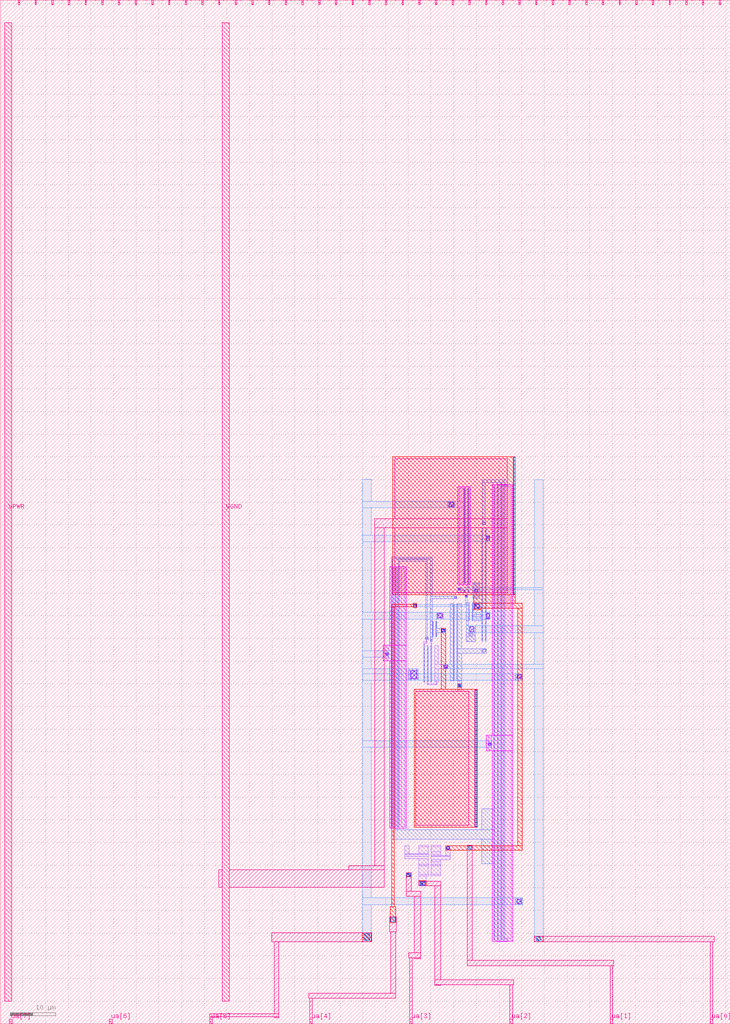
<source format=lef>
VERSION 5.7 ;
  NOWIREEXTENSIONATPIN ON ;
  DIVIDERCHAR "/" ;
  BUSBITCHARS "[]" ;
MACRO tt_um_duk_opamp
  CLASS BLOCK ;
  FOREIGN tt_um_duk_opamp ;
  ORIGIN 0.000 0.000 ;
  SIZE 161.000 BY 225.760 ;
  PIN clk
    DIRECTION INPUT ;
    USE SIGNAL ;
    PORT
      LAYER met4 ;
        RECT 154.870 224.760 155.170 225.760 ;
    END
  END clk
  PIN ena
    DIRECTION INPUT ;
    USE SIGNAL ;
    PORT
      LAYER met4 ;
        RECT 158.550 224.760 158.850 225.760 ;
    END
  END ena
  PIN rst_n
    DIRECTION INPUT ;
    USE SIGNAL ;
    PORT
      LAYER met4 ;
        RECT 151.190 224.760 151.490 225.760 ;
    END
  END rst_n
  PIN ua[0]
    DIRECTION INOUT ;
    USE SIGNAL ;
    ANTENNADIFFAREA 28.808649 ;
    PORT
      LAYER met4 ;
        RECT 156.560 0.000 157.160 1.000 ;
    END
  END ua[0]
  PIN ua[1]
    DIRECTION INOUT ;
    USE SIGNAL ;
    ANTENNADIFFAREA 8.410000 ;
    PORT
      LAYER met4 ;
        RECT 134.480 0.000 135.080 1.000 ;
    END
  END ua[1]
  PIN ua[2]
    DIRECTION INOUT ;
    USE SIGNAL ;
    ANTENNAGATEAREA 28.500000 ;
    PORT
      LAYER met4 ;
        RECT 112.400 0.000 113.000 1.000 ;
    END
  END ua[2]
  PIN ua[3]
    DIRECTION INOUT ;
    USE SIGNAL ;
    ANTENNAGATEAREA 28.500000 ;
    PORT
      LAYER met4 ;
        RECT 90.320 0.000 90.920 1.000 ;
    END
  END ua[3]
  PIN ua[4]
    DIRECTION INOUT ;
    USE SIGNAL ;
    ANTENNAGATEAREA 0.215000 ;
    PORT
      LAYER met4 ;
        RECT 68.240 0.000 68.840 1.000 ;
    END
  END ua[4]
  PIN ua[5]
    DIRECTION INOUT ;
    USE SIGNAL ;
    ANTENNAGATEAREA 1.700000 ;
    ANTENNADIFFAREA 289.766205 ;
    PORT
      LAYER met4 ;
        RECT 46.160 0.000 46.760 1.000 ;
    END
  END ua[5]
  PIN ua[6]
    DIRECTION INOUT ;
    USE SIGNAL ;
    PORT
      LAYER met4 ;
        RECT 24.080 0.000 24.680 1.000 ;
    END
  END ua[6]
  PIN ua[7]
    DIRECTION INOUT ;
    USE SIGNAL ;
    PORT
      LAYER met4 ;
        RECT 2.000 0.000 2.600 1.000 ;
    END
  END ua[7]
  PIN ui_in[0]
    DIRECTION INPUT ;
    USE SIGNAL ;
    PORT
      LAYER met4 ;
        RECT 147.510 224.760 147.810 225.760 ;
    END
  END ui_in[0]
  PIN ui_in[1]
    DIRECTION INPUT ;
    USE SIGNAL ;
    PORT
      LAYER met4 ;
        RECT 143.830 224.760 144.130 225.760 ;
    END
  END ui_in[1]
  PIN ui_in[2]
    DIRECTION INPUT ;
    USE SIGNAL ;
    PORT
      LAYER met4 ;
        RECT 140.150 224.760 140.450 225.760 ;
    END
  END ui_in[2]
  PIN ui_in[3]
    DIRECTION INPUT ;
    USE SIGNAL ;
    PORT
      LAYER met4 ;
        RECT 136.470 224.760 136.770 225.760 ;
    END
  END ui_in[3]
  PIN ui_in[4]
    DIRECTION INPUT ;
    USE SIGNAL ;
    PORT
      LAYER met4 ;
        RECT 132.790 224.760 133.090 225.760 ;
    END
  END ui_in[4]
  PIN ui_in[5]
    DIRECTION INPUT ;
    USE SIGNAL ;
    PORT
      LAYER met4 ;
        RECT 129.110 224.760 129.410 225.760 ;
    END
  END ui_in[5]
  PIN ui_in[6]
    DIRECTION INPUT ;
    USE SIGNAL ;
    PORT
      LAYER met4 ;
        RECT 125.430 224.760 125.730 225.760 ;
    END
  END ui_in[6]
  PIN ui_in[7]
    DIRECTION INPUT ;
    USE SIGNAL ;
    PORT
      LAYER met4 ;
        RECT 121.750 224.760 122.050 225.760 ;
    END
  END ui_in[7]
  PIN uio_in[0]
    DIRECTION INPUT ;
    USE SIGNAL ;
    PORT
      LAYER met4 ;
        RECT 118.070 224.760 118.370 225.760 ;
    END
  END uio_in[0]
  PIN uio_in[1]
    DIRECTION INPUT ;
    USE SIGNAL ;
    PORT
      LAYER met4 ;
        RECT 114.390 224.760 114.690 225.760 ;
    END
  END uio_in[1]
  PIN uio_in[2]
    DIRECTION INPUT ;
    USE SIGNAL ;
    PORT
      LAYER met4 ;
        RECT 110.710 224.760 111.010 225.760 ;
    END
  END uio_in[2]
  PIN uio_in[3]
    DIRECTION INPUT ;
    USE SIGNAL ;
    PORT
      LAYER met4 ;
        RECT 107.030 224.760 107.330 225.760 ;
    END
  END uio_in[3]
  PIN uio_in[4]
    DIRECTION INPUT ;
    USE SIGNAL ;
    PORT
      LAYER met4 ;
        RECT 103.350 224.760 103.650 225.760 ;
    END
  END uio_in[4]
  PIN uio_in[5]
    DIRECTION INPUT ;
    USE SIGNAL ;
    PORT
      LAYER met4 ;
        RECT 99.670 224.760 99.970 225.760 ;
    END
  END uio_in[5]
  PIN uio_in[6]
    DIRECTION INPUT ;
    USE SIGNAL ;
    PORT
      LAYER met4 ;
        RECT 95.990 224.760 96.290 225.760 ;
    END
  END uio_in[6]
  PIN uio_in[7]
    DIRECTION INPUT ;
    USE SIGNAL ;
    PORT
      LAYER met4 ;
        RECT 92.310 224.760 92.610 225.760 ;
    END
  END uio_in[7]
  PIN uio_oe[0]
    DIRECTION OUTPUT ;
    USE SIGNAL ;
    PORT
      LAYER met4 ;
        RECT 29.750 224.760 30.050 225.760 ;
    END
  END uio_oe[0]
  PIN uio_oe[1]
    DIRECTION OUTPUT ;
    USE SIGNAL ;
    PORT
      LAYER met4 ;
        RECT 26.070 224.760 26.370 225.760 ;
    END
  END uio_oe[1]
  PIN uio_oe[2]
    DIRECTION OUTPUT ;
    USE SIGNAL ;
    PORT
      LAYER met4 ;
        RECT 22.390 224.760 22.690 225.760 ;
    END
  END uio_oe[2]
  PIN uio_oe[3]
    DIRECTION OUTPUT ;
    USE SIGNAL ;
    PORT
      LAYER met4 ;
        RECT 18.710 224.760 19.010 225.760 ;
    END
  END uio_oe[3]
  PIN uio_oe[4]
    DIRECTION OUTPUT ;
    USE SIGNAL ;
    PORT
      LAYER met4 ;
        RECT 15.030 224.760 15.330 225.760 ;
    END
  END uio_oe[4]
  PIN uio_oe[5]
    DIRECTION OUTPUT ;
    USE SIGNAL ;
    PORT
      LAYER met4 ;
        RECT 11.350 224.760 11.650 225.760 ;
    END
  END uio_oe[5]
  PIN uio_oe[6]
    DIRECTION OUTPUT ;
    USE SIGNAL ;
    PORT
      LAYER met4 ;
        RECT 7.670 224.760 7.970 225.760 ;
    END
  END uio_oe[6]
  PIN uio_oe[7]
    DIRECTION OUTPUT ;
    USE SIGNAL ;
    PORT
      LAYER met4 ;
        RECT 3.990 224.760 4.290 225.760 ;
    END
  END uio_oe[7]
  PIN uio_out[0]
    DIRECTION OUTPUT ;
    USE SIGNAL ;
    PORT
      LAYER met4 ;
        RECT 59.190 224.760 59.490 225.760 ;
    END
  END uio_out[0]
  PIN uio_out[1]
    DIRECTION OUTPUT ;
    USE SIGNAL ;
    PORT
      LAYER met4 ;
        RECT 55.510 224.760 55.810 225.760 ;
    END
  END uio_out[1]
  PIN uio_out[2]
    DIRECTION OUTPUT ;
    USE SIGNAL ;
    PORT
      LAYER met4 ;
        RECT 51.830 224.760 52.130 225.760 ;
    END
  END uio_out[2]
  PIN uio_out[3]
    DIRECTION OUTPUT ;
    USE SIGNAL ;
    PORT
      LAYER met4 ;
        RECT 48.150 224.760 48.450 225.760 ;
    END
  END uio_out[3]
  PIN uio_out[4]
    DIRECTION OUTPUT ;
    USE SIGNAL ;
    PORT
      LAYER met4 ;
        RECT 44.470 224.760 44.770 225.760 ;
    END
  END uio_out[4]
  PIN uio_out[5]
    DIRECTION OUTPUT ;
    USE SIGNAL ;
    PORT
      LAYER met4 ;
        RECT 40.790 224.760 41.090 225.760 ;
    END
  END uio_out[5]
  PIN uio_out[6]
    DIRECTION OUTPUT ;
    USE SIGNAL ;
    PORT
      LAYER met4 ;
        RECT 37.110 224.760 37.410 225.760 ;
    END
  END uio_out[6]
  PIN uio_out[7]
    DIRECTION OUTPUT ;
    USE SIGNAL ;
    PORT
      LAYER met4 ;
        RECT 33.430 224.760 33.730 225.760 ;
    END
  END uio_out[7]
  PIN uo_out[0]
    DIRECTION OUTPUT ;
    USE SIGNAL ;
    PORT
      LAYER met4 ;
        RECT 88.630 224.760 88.930 225.760 ;
    END
  END uo_out[0]
  PIN uo_out[1]
    DIRECTION OUTPUT ;
    USE SIGNAL ;
    PORT
      LAYER met4 ;
        RECT 84.950 224.760 85.250 225.760 ;
    END
  END uo_out[1]
  PIN uo_out[2]
    DIRECTION OUTPUT ;
    USE SIGNAL ;
    PORT
      LAYER met4 ;
        RECT 81.270 224.760 81.570 225.760 ;
    END
  END uo_out[2]
  PIN uo_out[3]
    DIRECTION OUTPUT ;
    USE SIGNAL ;
    PORT
      LAYER met4 ;
        RECT 77.590 224.760 77.890 225.760 ;
    END
  END uo_out[3]
  PIN uo_out[4]
    DIRECTION OUTPUT ;
    USE SIGNAL ;
    PORT
      LAYER met4 ;
        RECT 73.910 224.760 74.210 225.760 ;
    END
  END uo_out[4]
  PIN uo_out[5]
    DIRECTION OUTPUT ;
    USE SIGNAL ;
    PORT
      LAYER met4 ;
        RECT 70.230 224.760 70.530 225.760 ;
    END
  END uo_out[5]
  PIN uo_out[6]
    DIRECTION OUTPUT ;
    USE SIGNAL ;
    PORT
      LAYER met4 ;
        RECT 66.550 224.760 66.850 225.760 ;
    END
  END uo_out[6]
  PIN uo_out[7]
    DIRECTION OUTPUT ;
    USE SIGNAL ;
    PORT
      LAYER met4 ;
        RECT 62.870 224.760 63.170 225.760 ;
    END
  END uo_out[7]
  PIN VPWR
    DIRECTION INOUT ;
    USE POWER ;
    PORT
      LAYER met4 ;
        RECT 1.000 5.000 2.500 220.760 ;
    END
  END VPWR
  PIN VGND
    DIRECTION INOUT ;
    USE GROUND ;
    PORT
      LAYER met4 ;
        RECT 49.000 5.000 50.500 220.760 ;
    END
  END VGND
  OBS
      LAYER nwell ;
        RECT 85.850 83.495 89.560 100.755 ;
        RECT 100.875 96.805 103.650 118.465 ;
        RECT 84.510 80.095 89.560 83.495 ;
        RECT 85.850 43.085 89.560 80.095 ;
        RECT 108.455 63.635 113.020 118.860 ;
        RECT 107.190 60.235 113.020 63.635 ;
        RECT 108.455 18.195 113.020 60.235 ;
      LAYER li1 ;
        RECT 109.640 118.805 111.970 118.975 ;
        RECT 102.300 118.135 102.470 118.155 ;
        RECT 101.205 115.255 102.470 118.135 ;
        RECT 98.730 113.755 102.470 115.255 ;
        RECT 84.905 80.445 85.665 83.135 ;
        RECT 86.245 43.400 86.415 100.440 ;
        RECT 87.035 43.400 87.205 100.440 ;
        RECT 87.825 43.400 87.995 100.440 ;
        RECT 88.435 78.255 89.195 100.385 ;
        RECT 101.205 97.135 102.470 113.755 ;
        RECT 102.300 97.115 102.470 97.135 ;
        RECT 103.090 96.810 103.260 118.155 ;
        RECT 106.300 110.030 107.060 110.615 ;
        RECT 102.950 96.430 103.375 96.810 ;
        RECT 100.945 95.630 101.565 96.180 ;
        RECT 102.300 95.630 102.470 95.650 ;
        RECT 100.935 95.200 102.470 95.630 ;
        RECT 102.300 95.180 102.470 95.200 ;
        RECT 103.090 95.180 103.260 96.430 ;
        RECT 100.130 93.755 100.635 94.255 ;
        RECT 102.510 94.090 103.045 94.550 ;
        RECT 104.225 93.755 105.735 97.250 ;
        RECT 96.230 89.255 97.730 90.755 ;
        RECT 95.250 85.365 95.420 88.805 ;
        RECT 96.040 85.365 96.210 88.805 ;
        RECT 93.710 84.795 94.340 85.265 ;
        RECT 93.920 84.285 94.090 84.795 ;
        RECT 94.805 84.340 95.305 84.755 ;
        RECT 93.400 83.895 94.130 84.285 ;
        RECT 88.435 75.755 92.230 78.255 ;
        RECT 88.435 43.470 89.195 75.755 ;
        RECT 93.400 75.365 93.570 83.895 ;
        RECT 94.190 74.955 94.360 83.405 ;
        RECT 94.980 75.365 95.150 84.340 ;
        RECT 95.805 79.255 96.655 83.315 ;
        RECT 95.805 78.255 98.730 79.255 ;
        RECT 95.805 75.450 96.655 78.255 ;
        RECT 99.900 75.645 100.070 92.685 ;
        RECT 100.690 75.645 100.860 92.685 ;
        RECT 103.290 88.845 103.460 92.885 ;
        RECT 104.080 88.845 104.250 92.885 ;
        RECT 102.730 84.250 104.730 86.255 ;
        RECT 106.190 84.305 106.360 109.345 ;
        RECT 106.980 84.305 107.150 109.345 ;
        RECT 106.230 81.760 107.235 82.755 ;
        RECT 96.145 74.955 96.315 75.450 ;
        RECT 94.190 74.785 96.315 74.955 ;
        RECT 107.585 60.585 108.345 63.275 ;
        RECT 89.230 37.515 90.230 39.255 ;
        RECT 92.340 39.015 94.510 39.365 ;
        RECT 95.010 39.015 97.170 39.365 ;
        RECT 92.340 37.515 94.420 39.015 ;
        RECT 89.230 37.330 94.420 37.515 ;
        RECT 95.110 37.930 97.170 39.015 ;
        RECT 95.110 37.330 97.175 37.930 ;
        RECT 89.230 36.980 94.515 37.330 ;
        RECT 95.015 37.000 97.175 37.330 ;
        RECT 98.230 37.000 99.230 39.255 ;
        RECT 95.015 36.980 99.235 37.000 ;
        RECT 89.230 36.430 94.420 36.980 ;
        RECT 92.340 35.225 94.420 36.430 ;
        RECT 95.110 36.150 99.235 36.980 ;
        RECT 95.110 35.780 97.175 36.150 ;
        RECT 95.110 35.225 97.170 35.780 ;
        RECT 92.340 34.875 94.500 35.225 ;
        RECT 95.000 34.875 97.170 35.225 ;
        RECT 89.550 32.450 90.625 33.300 ;
        RECT 92.340 32.975 94.420 34.875 ;
        RECT 95.110 32.975 97.170 34.875 ;
        RECT 92.340 32.625 94.500 32.975 ;
        RECT 95.000 32.625 97.170 32.975 ;
        RECT 92.340 30.430 94.005 32.625 ;
        RECT 95.110 32.615 97.170 32.625 ;
        RECT 108.850 18.505 109.020 118.545 ;
        RECT 109.640 18.205 109.810 118.805 ;
        RECT 110.430 18.505 110.600 118.545 ;
        RECT 111.800 118.440 111.970 118.805 ;
        RECT 110.945 77.245 112.690 118.440 ;
        RECT 110.945 75.755 115.240 77.245 ;
        RECT 110.945 27.755 112.690 75.755 ;
        RECT 110.945 26.255 115.230 27.755 ;
        RECT 110.945 18.850 112.690 26.255 ;
        RECT 111.720 18.205 111.890 18.850 ;
        RECT 109.640 18.035 111.890 18.205 ;
      LAYER mcon ;
        RECT 99.015 114.025 99.965 114.990 ;
        RECT 85.100 81.325 85.450 81.765 ;
        RECT 86.245 43.480 86.415 100.360 ;
        RECT 87.035 43.480 87.205 100.360 ;
        RECT 87.825 43.480 87.995 100.360 ;
        RECT 102.300 97.195 102.470 118.075 ;
        RECT 103.090 97.195 103.260 118.075 ;
        RECT 106.440 110.180 106.935 110.545 ;
        RECT 101.015 95.720 101.360 96.050 ;
        RECT 102.300 95.260 102.470 95.570 ;
        RECT 103.090 95.260 103.260 95.570 ;
        RECT 104.690 95.235 105.275 95.790 ;
        RECT 100.210 93.855 100.555 94.175 ;
        RECT 102.590 94.170 102.965 94.470 ;
        RECT 96.480 89.520 97.485 90.540 ;
        RECT 95.250 85.445 95.420 88.725 ;
        RECT 96.040 85.445 96.210 88.725 ;
        RECT 93.850 84.875 94.230 85.175 ;
        RECT 94.870 84.400 95.250 84.670 ;
        RECT 93.400 75.445 93.570 83.325 ;
        RECT 94.190 75.445 94.360 83.325 ;
        RECT 94.980 75.445 95.150 83.325 ;
        RECT 97.970 78.430 98.545 79.060 ;
        RECT 99.900 75.725 100.070 92.605 ;
        RECT 100.690 75.725 100.860 92.605 ;
        RECT 103.290 88.925 103.460 92.805 ;
        RECT 104.080 88.925 104.250 92.805 ;
        RECT 103.325 85.475 104.070 86.070 ;
        RECT 106.190 84.385 106.360 109.265 ;
        RECT 106.980 84.385 107.150 109.265 ;
        RECT 106.465 82.005 107.035 82.555 ;
        RECT 107.780 61.465 108.130 61.905 ;
        RECT 98.455 38.505 99.025 39.075 ;
        RECT 89.650 32.545 90.500 33.200 ;
        RECT 92.615 30.600 93.680 31.265 ;
        RECT 108.850 18.585 109.020 118.465 ;
        RECT 109.640 18.585 109.810 118.465 ;
        RECT 110.430 18.585 110.600 118.465 ;
        RECT 114.065 76.170 114.910 76.960 ;
        RECT 114.045 26.520 114.900 27.420 ;
      LAYER met1 ;
        RECT 106.350 119.350 111.230 119.950 ;
        RECT 98.730 113.755 100.230 115.255 ;
        RECT 86.215 102.575 95.235 102.935 ;
        RECT 86.215 100.420 86.450 102.575 ;
        RECT 87.795 102.045 94.210 102.405 ;
        RECT 85.020 81.255 85.540 81.875 ;
        RECT 86.215 43.420 86.445 100.420 ;
        RECT 86.700 42.755 87.535 100.550 ;
        RECT 87.795 43.420 88.025 102.045 ;
        RECT 93.850 85.265 94.210 102.045 ;
        RECT 94.875 94.255 95.235 102.575 ;
        RECT 102.270 97.135 102.500 118.135 ;
        RECT 103.060 97.135 103.290 118.135 ;
        RECT 106.350 110.615 106.950 119.350 ;
        RECT 110.630 118.525 111.230 119.350 ;
        RECT 106.300 110.030 107.060 110.615 ;
        RECT 100.945 95.630 101.440 96.180 ;
        RECT 102.270 95.200 102.500 95.630 ;
        RECT 103.060 95.200 103.290 95.630 ;
        RECT 94.875 93.755 100.630 94.255 ;
        RECT 102.510 94.090 103.045 94.550 ;
        RECT 104.225 93.755 105.735 97.250 ;
        RECT 94.875 88.785 95.235 93.755 ;
        RECT 106.160 92.865 106.390 109.325 ;
        RECT 96.230 89.255 97.730 90.755 ;
        RECT 94.875 85.385 95.450 88.785 ;
        RECT 96.010 87.255 96.240 88.785 ;
        RECT 96.010 86.255 98.230 87.255 ;
        RECT 96.010 85.385 96.240 86.255 ;
        RECT 93.710 84.795 94.340 85.265 ;
        RECT 94.875 84.755 95.235 85.385 ;
        RECT 94.805 84.340 95.305 84.755 ;
        RECT 90.090 75.755 92.230 78.255 ;
        RECT 93.370 75.385 93.600 83.385 ;
        RECT 94.160 75.385 94.390 83.385 ;
        RECT 94.950 75.385 95.180 83.385 ;
        RECT 99.230 79.255 100.100 92.665 ;
        RECT 97.730 78.255 100.100 79.255 ;
        RECT 99.230 75.665 100.100 78.255 ;
        RECT 100.660 82.755 101.730 92.665 ;
        RECT 102.730 88.865 103.490 92.865 ;
        RECT 104.050 91.255 106.390 92.865 ;
        RECT 104.050 90.755 104.310 91.255 ;
        RECT 106.130 90.755 106.390 91.255 ;
        RECT 104.050 90.255 106.390 90.755 ;
        RECT 104.050 89.755 104.310 90.255 ;
        RECT 106.130 89.755 106.390 90.255 ;
        RECT 104.050 88.865 106.390 89.755 ;
        RECT 102.730 87.755 103.260 88.865 ;
        RECT 102.730 84.250 104.730 87.755 ;
        RECT 106.160 84.325 106.390 88.865 ;
        RECT 106.950 107.755 107.180 109.325 ;
        RECT 106.950 106.255 107.970 107.755 ;
        RECT 106.950 90.755 107.180 106.255 ;
        RECT 106.950 89.255 108.030 90.755 ;
        RECT 106.950 84.325 107.180 89.255 ;
        RECT 100.660 81.760 107.235 82.755 ;
        RECT 100.660 75.665 101.730 81.760 ;
        RECT 100.890 74.255 101.730 75.665 ;
        RECT 107.700 61.395 108.220 62.015 ;
        RECT 108.820 47.390 109.050 118.525 ;
        RECT 106.220 42.755 109.050 47.390 ;
        RECT 86.700 40.685 109.050 42.755 ;
        RECT 98.230 38.255 99.230 39.255 ;
        RECT 106.220 35.250 109.050 40.685 ;
        RECT 89.550 32.450 90.625 33.300 ;
        RECT 92.340 30.430 94.005 31.490 ;
        RECT 108.820 18.525 109.050 35.250 ;
        RECT 109.610 18.525 109.840 118.525 ;
        RECT 110.400 18.525 111.230 118.525 ;
        RECT 113.730 75.755 115.240 77.245 ;
        RECT 113.730 26.255 115.230 27.755 ;
      LAYER via ;
        RECT 99.015 114.025 99.965 114.990 ;
        RECT 85.100 81.325 85.450 81.765 ;
        RECT 101.015 95.720 101.360 96.050 ;
        RECT 104.690 95.235 105.275 95.790 ;
        RECT 102.590 94.170 102.965 94.470 ;
        RECT 96.480 89.520 97.485 90.540 ;
        RECT 97.425 86.460 98.040 87.060 ;
        RECT 90.525 76.100 91.880 77.850 ;
        RECT 97.970 78.430 98.545 79.060 ;
        RECT 104.690 91.615 105.590 92.565 ;
        RECT 103.515 86.500 104.440 87.510 ;
        RECT 107.330 106.595 107.820 107.535 ;
        RECT 107.330 89.350 107.860 90.565 ;
        RECT 101.040 74.370 101.600 74.930 ;
        RECT 107.780 61.465 108.130 61.905 ;
        RECT 98.455 38.505 99.025 39.075 ;
        RECT 89.650 32.545 90.500 33.200 ;
        RECT 92.615 30.600 93.680 31.265 ;
        RECT 114.065 76.170 114.910 76.960 ;
        RECT 114.045 26.520 114.900 27.420 ;
      LAYER met2 ;
        RECT 79.840 115.255 81.825 120.040 ;
        RECT 79.840 113.755 100.230 115.255 ;
        RECT 79.840 107.755 81.825 113.755 ;
        RECT 79.840 106.255 107.970 107.755 ;
        RECT 79.840 90.755 81.825 106.255 ;
        RECT 104.225 96.180 105.735 97.250 ;
        RECT 117.725 96.180 119.710 119.970 ;
        RECT 100.945 95.760 119.710 96.180 ;
        RECT 100.945 95.630 101.565 95.760 ;
        RECT 91.060 92.450 91.895 92.755 ;
        RECT 102.510 92.450 103.045 94.550 ;
        RECT 104.225 93.755 105.735 95.760 ;
        RECT 91.060 91.915 103.045 92.450 ;
        RECT 91.060 91.725 91.895 91.915 ;
        RECT 104.395 91.310 106.005 92.820 ;
        RECT 79.840 89.255 108.030 90.755 ;
        RECT 79.840 82.315 81.825 89.255 ;
        RECT 117.725 87.755 119.710 95.760 ;
        RECT 97.230 86.255 98.230 87.255 ;
        RECT 103.260 86.255 119.710 87.755 ;
        RECT 79.840 80.805 85.640 82.315 ;
        RECT 79.840 78.255 81.825 80.805 ;
        RECT 117.725 79.255 119.710 86.255 ;
        RECT 97.730 78.255 119.710 79.255 ;
        RECT 79.840 77.245 92.230 78.255 ;
        RECT 79.840 75.755 115.240 77.245 ;
        RECT 79.840 62.455 81.825 75.755 ;
        RECT 100.890 74.255 101.730 75.020 ;
        RECT 79.840 60.945 108.320 62.455 ;
        RECT 79.840 27.755 81.825 60.945 ;
        RECT 98.230 38.255 99.230 39.255 ;
        RECT 89.550 32.450 90.625 33.300 ;
        RECT 92.340 30.430 94.005 31.490 ;
        RECT 79.840 26.255 115.230 27.755 ;
        RECT 79.840 18.100 81.825 26.255 ;
        RECT 117.725 18.030 119.710 78.255 ;
      LAYER via2 ;
        RECT 91.250 91.925 91.710 92.575 ;
        RECT 104.690 91.615 105.590 92.565 ;
        RECT 97.425 86.460 98.040 87.060 ;
        RECT 101.040 74.370 101.600 74.930 ;
        RECT 98.455 38.505 99.025 39.075 ;
        RECT 89.650 32.545 90.500 33.200 ;
        RECT 92.615 30.600 93.680 31.265 ;
        RECT 80.130 18.465 81.515 19.795 ;
        RECT 118.290 18.360 119.140 19.190 ;
      LAYER met3 ;
        RECT 86.570 94.655 113.630 125.055 ;
        RECT 91.060 92.570 91.895 92.755 ;
        RECT 86.295 91.920 91.895 92.570 ;
        RECT 86.295 25.775 86.945 91.920 ;
        RECT 91.060 91.725 91.895 91.920 ;
        RECT 104.395 92.690 113.630 94.655 ;
        RECT 104.395 91.690 115.120 92.690 ;
        RECT 104.395 91.310 106.005 91.690 ;
        RECT 97.230 73.730 98.230 87.255 ;
        RECT 100.890 74.255 101.730 75.020 ;
        RECT 91.295 43.330 105.155 73.730 ;
        RECT 114.120 39.255 115.120 91.690 ;
        RECT 98.230 38.255 115.120 39.255 ;
        RECT 89.550 32.450 90.625 33.300 ;
        RECT 92.340 30.430 94.005 31.490 ;
        RECT 86.000 22.255 87.245 25.775 ;
        RECT 79.835 18.095 81.830 20.115 ;
        RECT 117.720 18.030 119.720 19.320 ;
      LAYER via3 ;
        RECT 113.210 94.795 113.530 124.915 ;
        RECT 101.040 74.370 101.600 74.930 ;
        RECT 104.735 43.470 105.055 73.590 ;
        RECT 103.200 38.435 103.940 39.135 ;
        RECT 89.650 32.545 90.500 33.200 ;
        RECT 92.615 30.600 93.680 31.265 ;
        RECT 86.120 22.500 87.090 23.360 ;
        RECT 80.130 18.465 81.515 19.795 ;
        RECT 118.290 18.360 119.140 19.190 ;
      LAYER met4 ;
        RECT 86.965 111.415 111.775 124.660 ;
        RECT 82.625 109.400 111.775 111.415 ;
        RECT 82.625 34.810 84.640 109.400 ;
        RECT 86.965 95.050 111.775 109.400 ;
        RECT 113.130 94.715 113.610 124.995 ;
        RECT 100.890 73.335 101.730 75.020 ;
        RECT 91.690 43.725 103.300 73.335 ;
        RECT 104.655 43.390 105.135 73.670 ;
        RECT 76.845 34.015 84.640 34.810 ;
        RECT 48.175 30.110 49.000 34.015 ;
        RECT 50.500 30.110 84.640 34.015 ;
        RECT 76.845 30.105 82.975 30.110 ;
        RECT 89.550 29.245 90.625 33.300 ;
        RECT 92.340 30.430 97.150 31.450 ;
        RECT 89.550 28.105 92.745 29.245 ;
        RECT 85.925 20.340 87.380 23.630 ;
        RECT 59.885 18.090 81.925 20.110 ;
        RECT 60.390 2.175 61.405 18.090 ;
        RECT 86.110 6.740 87.190 20.340 ;
        RECT 91.310 15.605 92.730 28.105 ;
        RECT 90.090 14.540 92.730 15.605 ;
        RECT 68.000 5.660 87.190 6.740 ;
        RECT 46.160 1.575 61.405 2.175 ;
        RECT 46.160 1.000 46.760 1.575 ;
        RECT 60.390 1.370 61.405 1.575 ;
        RECT 68.240 1.000 68.840 5.660 ;
        RECT 90.320 1.000 90.920 14.540 ;
        RECT 91.310 14.360 92.730 14.540 ;
        RECT 95.845 9.650 97.145 30.430 ;
        RECT 102.995 13.950 104.110 39.385 ;
        RECT 117.720 19.310 119.710 19.320 ;
        RECT 117.720 18.090 157.470 19.310 ;
        RECT 117.720 18.030 119.710 18.090 ;
        RECT 102.995 12.835 135.340 13.950 ;
        RECT 95.845 8.580 113.235 9.650 ;
        RECT 95.845 8.465 97.145 8.580 ;
        RECT 112.400 1.000 113.000 8.580 ;
        RECT 134.480 1.000 135.080 12.835 ;
        RECT 156.560 1.000 157.160 18.090 ;
  END
END tt_um_duk_opamp
END LIBRARY


</source>
